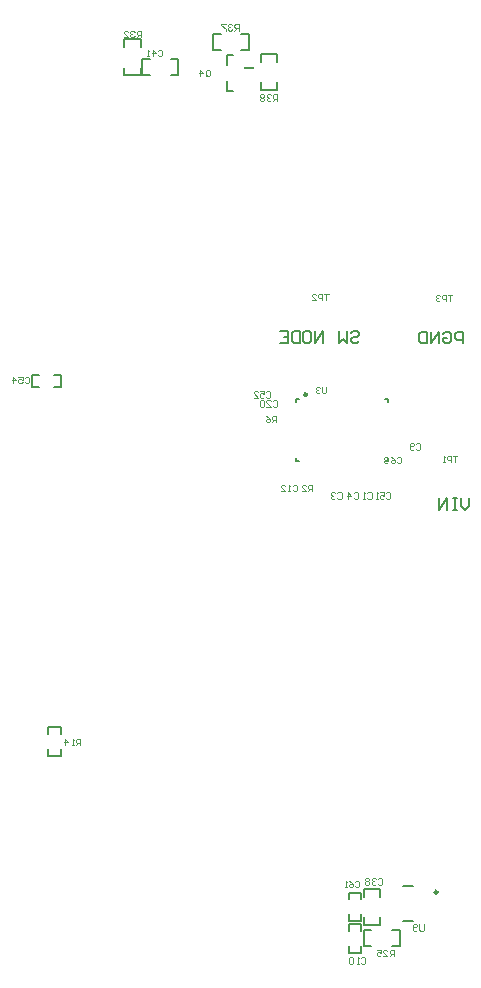
<source format=gbo>
G04*
G04 #@! TF.GenerationSoftware,Altium Limited,Altium Designer,23.1.1 (15)*
G04*
G04 Layer_Color=32896*
%FSLAX44Y44*%
%MOMM*%
G71*
G04*
G04 #@! TF.SameCoordinates,9C76BA79-DA27-457B-B569-9ED225C8ECFE*
G04*
G04*
G04 #@! TF.FilePolarity,Positive*
G04*
G01*
G75*
%ADD11C,0.2000*%
%ADD12C,0.1500*%
%ADD13C,0.2500*%
%ADD16C,0.1778*%
%ADD18C,0.1240*%
%ADD19C,0.1200*%
%ADD20C,0.1000*%
%ADD153R,0.8250X0.2000*%
D11*
X338635Y744304D02*
Y752304D01*
Y744304D02*
X343635D01*
X338635Y766304D02*
Y774304D01*
X343635D01*
X543265Y398952D02*
Y392287D01*
X539933Y388955D01*
X536600Y392287D01*
Y398952D01*
X533268D02*
X529936D01*
X531602D01*
Y388955D01*
X533268D01*
X529936D01*
X524937D02*
Y398952D01*
X518273Y388955D01*
Y398952D01*
X538288Y530165D02*
Y540162D01*
X533289D01*
X531623Y538496D01*
Y535164D01*
X533289Y533498D01*
X538288D01*
X521626Y538496D02*
X523292Y540162D01*
X526625D01*
X528291Y538496D01*
Y531832D01*
X526625Y530165D01*
X523292D01*
X521626Y531832D01*
Y535164D01*
X524958D01*
X518294Y530165D02*
Y540162D01*
X511629Y530165D01*
Y540162D01*
X508297D02*
Y530165D01*
X503299D01*
X501633Y531832D01*
Y538496D01*
X503299Y540162D01*
X508297D01*
X443460Y539128D02*
X445126Y540794D01*
X448458D01*
X450124Y539128D01*
Y537462D01*
X448458Y535796D01*
X445126D01*
X443460Y534130D01*
Y532464D01*
X445126Y530798D01*
X448458D01*
X450124Y532464D01*
X440127Y540794D02*
Y530798D01*
X436795Y534130D01*
X433463Y530798D01*
Y540794D01*
X420134Y530798D02*
Y540794D01*
X413470Y530798D01*
Y540794D01*
X405139D02*
X408471D01*
X410137Y539128D01*
Y532464D01*
X408471Y530798D01*
X405139D01*
X403473Y532464D01*
Y539128D01*
X405139Y540794D01*
X400140D02*
Y530798D01*
X395142D01*
X393476Y532464D01*
Y539128D01*
X395142Y540794D01*
X400140D01*
X383479D02*
X390144D01*
Y530798D01*
X383479D01*
X390144Y535796D02*
X386811D01*
D12*
X488045Y70691D02*
X496045D01*
X488045Y41191D02*
X496045D01*
X397133Y480671D02*
Y483171D01*
X399633D01*
X397133Y430671D02*
X399633D01*
X397133D02*
Y433171D01*
X472133Y483171D02*
X474633D01*
Y480671D02*
Y483171D01*
Y430671D02*
Y433171D01*
X472133Y430671D02*
X474633D01*
D13*
X517045Y65691D02*
G03*
X517045Y65691I-1250J0D01*
G01*
X406383Y486921D02*
G03*
X406383Y486921I-1250J0D01*
G01*
D16*
X173999Y503849D02*
X179841D01*
X173999Y493435D02*
Y503849D01*
Y493435D02*
X179841D01*
X192540Y503849D02*
X198382D01*
Y493435D02*
Y503849D01*
X192540Y493435D02*
X198382D01*
X468547Y61728D02*
Y68328D01*
X454712D02*
X468547D01*
X454712Y61728D02*
Y68328D01*
Y37857D02*
Y44456D01*
Y37857D02*
X468547D01*
Y44456D01*
X478242Y33454D02*
X484841D01*
Y19620D02*
Y33454D01*
X478242Y19620D02*
X484841D01*
X454370D02*
X460970D01*
X454370D02*
Y33454D01*
X460970D01*
X452346Y32879D02*
Y38721D01*
X441932D02*
X452346D01*
X441932Y32879D02*
Y38721D01*
X452346Y14337D02*
Y20179D01*
X441932Y14337D02*
X452346D01*
X441932D02*
Y20179D01*
X452435Y59442D02*
Y65284D01*
X442021D02*
X452435D01*
X442021Y59442D02*
Y65284D01*
X452435Y40900D02*
Y46742D01*
X442021Y40900D02*
X452435D01*
X442021D02*
Y46742D01*
X265596Y780943D02*
Y787542D01*
X251762D02*
X265596D01*
X251762Y780943D02*
Y787542D01*
Y757071D02*
Y763671D01*
Y757071D02*
X265596D01*
Y763671D01*
X290884Y770979D02*
X297484D01*
Y757145D02*
Y770979D01*
X290884Y757145D02*
X297484D01*
X267013D02*
X273612D01*
X267013D02*
Y770979D01*
X273612D01*
X350814Y792129D02*
X357414D01*
Y778295D02*
Y792129D01*
X350814Y778295D02*
X357414D01*
X326943D02*
X333542D01*
X326943D02*
Y792129D01*
X333542D01*
X367563Y745010D02*
Y751609D01*
Y745010D02*
X381398D01*
Y751609D01*
Y768881D02*
Y775480D01*
X367563D02*
X381398D01*
X367563Y768881D02*
Y775480D01*
X197971Y199500D02*
Y205342D01*
X187557D02*
X197971D01*
X187557Y199500D02*
Y205342D01*
X197971Y180958D02*
Y186800D01*
X187557Y180958D02*
X197971D01*
X187557D02*
Y186800D01*
D18*
X265655Y789303D02*
Y794541D01*
X263036D01*
X262163Y793668D01*
Y791922D01*
X263036Y791049D01*
X265655D01*
X263909D02*
X262163Y789303D01*
X260417Y793668D02*
X259544Y794541D01*
X257798D01*
X256925Y793668D01*
Y792795D01*
X257798Y791922D01*
X258671D01*
X257798D01*
X256925Y791049D01*
Y790176D01*
X257798Y789303D01*
X259544D01*
X260417Y790176D01*
X251686Y789303D02*
X255179D01*
X251686Y792795D01*
Y793668D01*
X252560Y794541D01*
X254306D01*
X255179Y793668D01*
X380153Y463245D02*
Y468483D01*
X377534D01*
X376661Y467610D01*
Y465864D01*
X377534Y464991D01*
X380153D01*
X378407D02*
X376661Y463245D01*
X371422Y468483D02*
X373168Y467610D01*
X374915Y465864D01*
Y464118D01*
X374042Y463245D01*
X372295D01*
X371422Y464118D01*
Y464991D01*
X372295Y465864D01*
X374915D01*
X411043Y405227D02*
Y410466D01*
X408424D01*
X407551Y409593D01*
Y407847D01*
X408424Y406973D01*
X411043D01*
X409297D02*
X407551Y405227D01*
X402312D02*
X405804D01*
X402312Y408720D01*
Y409593D01*
X403185Y410466D01*
X404931D01*
X405804Y409593D01*
X167322Y500856D02*
X168195Y501729D01*
X169941D01*
X170814Y500856D01*
Y497364D01*
X169941Y496491D01*
X168195D01*
X167322Y497364D01*
X162084Y501729D02*
X165576D01*
Y499110D01*
X163830Y499983D01*
X162957D01*
X162084Y499110D01*
Y497364D01*
X162957Y496491D01*
X164703D01*
X165576Y497364D01*
X157719Y496491D02*
Y501729D01*
X160338Y499110D01*
X156846D01*
X372022Y488713D02*
X372895Y489586D01*
X374641D01*
X375514Y488713D01*
Y485221D01*
X374641Y484348D01*
X372895D01*
X372022Y485221D01*
X366783Y489586D02*
X370276D01*
Y486967D01*
X368530Y487840D01*
X367657D01*
X366783Y486967D01*
Y485221D01*
X367657Y484348D01*
X369403D01*
X370276Y485221D01*
X361545Y484348D02*
X365037D01*
X361545Y487840D01*
Y488713D01*
X362418Y489586D01*
X364164D01*
X365037Y488713D01*
X473616Y403128D02*
X474489Y404001D01*
X476235D01*
X477108Y403128D01*
Y399635D01*
X476235Y398762D01*
X474489D01*
X473616Y399635D01*
X468377Y404001D02*
X471870D01*
Y401381D01*
X470123Y402254D01*
X469250D01*
X468377Y401381D01*
Y399635D01*
X469250Y398762D01*
X470997D01*
X471870Y399635D01*
X466631Y398762D02*
X464885D01*
X465758D01*
Y404001D01*
X466631Y403128D01*
D19*
X422478Y493381D02*
Y489015D01*
X421605Y488142D01*
X419859D01*
X418986Y489015D01*
Y493381D01*
X417240Y492507D02*
X416367Y493381D01*
X414621D01*
X413747Y492507D01*
Y491634D01*
X414621Y490761D01*
X415494D01*
X414621D01*
X413747Y489888D01*
Y489015D01*
X414621Y488142D01*
X416367D01*
X417240Y489015D01*
X529537Y571148D02*
X526045D01*
X527791D01*
Y565910D01*
X524299D02*
Y571148D01*
X521680D01*
X520807Y570275D01*
Y568529D01*
X521680Y567656D01*
X524299D01*
X519061Y570275D02*
X518188Y571148D01*
X516441D01*
X515568Y570275D01*
Y569402D01*
X516441Y568529D01*
X517314D01*
X516441D01*
X515568Y567656D01*
Y566783D01*
X516441Y565910D01*
X518188D01*
X519061Y566783D01*
X424670Y572123D02*
X421178D01*
X422924D01*
Y566885D01*
X419432D02*
Y572123D01*
X416813D01*
X415940Y571250D01*
Y569504D01*
X416813Y568631D01*
X419432D01*
X410701Y566885D02*
X414194D01*
X410701Y570377D01*
Y571250D01*
X411575Y572123D01*
X413321D01*
X414194Y571250D01*
X533463Y435097D02*
X529971D01*
X531717D01*
Y429858D01*
X528225D02*
Y435097D01*
X525606D01*
X524733Y434224D01*
Y432478D01*
X525606Y431604D01*
X528225D01*
X522987Y429858D02*
X521241D01*
X522114D01*
Y435097D01*
X522987Y434224D01*
D20*
X482412Y432994D02*
X483285Y433867D01*
X485032D01*
X485905Y432994D01*
Y429501D01*
X485032Y428628D01*
X483285D01*
X482412Y429501D01*
X477174Y433867D02*
X478920Y432994D01*
X480666Y431247D01*
Y429501D01*
X479793Y428628D01*
X478047D01*
X477174Y429501D01*
Y430374D01*
X478047Y431247D01*
X480666D01*
X475428Y432994D02*
X474555Y433867D01*
X472809D01*
X471936Y432994D01*
Y432120D01*
X472809Y431247D01*
X473682D01*
X472809D01*
X471936Y430374D01*
Y429501D01*
X472809Y428628D01*
X474555D01*
X475428Y429501D01*
X447018Y74247D02*
X447851Y75080D01*
X449517D01*
X450350Y74247D01*
Y70915D01*
X449517Y70082D01*
X447851D01*
X447018Y70915D01*
X442019Y75080D02*
X443685Y74247D01*
X445351Y72581D01*
Y70915D01*
X444518Y70082D01*
X442852D01*
X442019Y70915D01*
Y71748D01*
X442852Y72581D01*
X445351D01*
X440353Y70082D02*
X438687D01*
X439520D01*
Y75080D01*
X440353Y74247D01*
X452182Y9453D02*
X453099Y10369D01*
X454931D01*
X455848Y9453D01*
Y5787D01*
X454931Y4871D01*
X453099D01*
X452182Y5787D01*
X450350Y4871D02*
X448517D01*
X449433D01*
Y10369D01*
X450350Y9453D01*
X445768D02*
X444851Y10369D01*
X443019D01*
X442102Y9453D01*
Y5787D01*
X443019Y4871D01*
X444851D01*
X445768Y5787D01*
Y9453D01*
X498810Y444667D02*
X499683Y445540D01*
X501429D01*
X502302Y444667D01*
Y441175D01*
X501429Y440302D01*
X499683D01*
X498810Y441175D01*
X497064D02*
X496191Y440302D01*
X494445D01*
X493572Y441175D01*
Y444667D01*
X494445Y445540D01*
X496191D01*
X497064Y444667D01*
Y443794D01*
X496191Y442921D01*
X493572D01*
X505305Y38550D02*
Y33968D01*
X504389Y33052D01*
X502556D01*
X501640Y33968D01*
Y38550D01*
X499807Y33968D02*
X498891Y33052D01*
X497058D01*
X496142Y33968D01*
Y37634D01*
X497058Y38550D01*
X498891D01*
X499807Y37634D01*
Y36717D01*
X498891Y35801D01*
X496142D01*
X381393Y735629D02*
Y741127D01*
X378644D01*
X377727Y740211D01*
Y738378D01*
X378644Y737462D01*
X381393D01*
X379560D02*
X377727Y735629D01*
X375895Y740211D02*
X374978Y741127D01*
X373145D01*
X372229Y740211D01*
Y739294D01*
X373145Y738378D01*
X374062D01*
X373145D01*
X372229Y737462D01*
Y736545D01*
X373145Y735629D01*
X374978D01*
X375895Y736545D01*
X370396Y740211D02*
X369480Y741127D01*
X367647D01*
X366731Y740211D01*
Y739294D01*
X367647Y738378D01*
X366731Y737462D01*
Y736545D01*
X367647Y735629D01*
X369480D01*
X370396Y736545D01*
Y737462D01*
X369480Y738378D01*
X370396Y739294D01*
Y740211D01*
X369480Y738378D02*
X367647D01*
X348707Y795065D02*
Y800563D01*
X345958D01*
X345042Y799647D01*
Y797814D01*
X345958Y796898D01*
X348707D01*
X346874D02*
X345042Y795065D01*
X343209Y799647D02*
X342292Y800563D01*
X340460D01*
X339543Y799647D01*
Y798730D01*
X340460Y797814D01*
X341376D01*
X340460D01*
X339543Y796898D01*
Y795981D01*
X340460Y795065D01*
X342292D01*
X343209Y795981D01*
X337710Y800563D02*
X334045D01*
Y799647D01*
X337710Y795981D01*
Y795065D01*
X480048Y11432D02*
Y16930D01*
X477299D01*
X476382Y16013D01*
Y14181D01*
X477299Y13264D01*
X480048D01*
X478215D02*
X476382Y11432D01*
X470884D02*
X474550D01*
X470884Y15097D01*
Y16013D01*
X471800Y16930D01*
X473633D01*
X474550Y16013D01*
X465386Y16930D02*
X469051D01*
Y14181D01*
X467219Y15097D01*
X466302D01*
X465386Y14181D01*
Y12348D01*
X466302Y11432D01*
X468135D01*
X469051Y12348D01*
X214566Y189785D02*
Y195283D01*
X211817D01*
X210901Y194366D01*
Y192534D01*
X211817Y191617D01*
X214566D01*
X212734D02*
X210901Y189785D01*
X209068D02*
X207236D01*
X208152D01*
Y195283D01*
X209068Y194366D01*
X201737Y189785D02*
Y195283D01*
X204486Y192534D01*
X200821D01*
X320569Y757471D02*
Y761137D01*
X321485Y762053D01*
X323318D01*
X324235Y761137D01*
Y757471D01*
X323318Y756555D01*
X321485D01*
X322402Y758388D02*
X320569Y756555D01*
X321485D02*
X320569Y757471D01*
X315987Y756555D02*
Y762053D01*
X318736Y759304D01*
X315071D01*
X280403Y777754D02*
X281320Y778670D01*
X283153D01*
X284069Y777754D01*
Y774089D01*
X283153Y773172D01*
X281320D01*
X280403Y774089D01*
X275822Y773172D02*
Y778670D01*
X278571Y775921D01*
X274905D01*
X273073Y773172D02*
X271240D01*
X272156D01*
Y778670D01*
X273073Y777754D01*
X466665Y72900D02*
X467582Y71984D01*
X469415D01*
X470331Y72900D01*
Y76566D01*
X469415Y77482D01*
X467582D01*
X466665Y76566D01*
X464833Y72900D02*
X463916Y71984D01*
X462084D01*
X461167Y72900D01*
Y73817D01*
X462084Y74733D01*
X463000D01*
X462084D01*
X461167Y75649D01*
Y76566D01*
X462084Y77482D01*
X463916D01*
X464833Y76566D01*
X459334Y72900D02*
X458418Y71984D01*
X456585D01*
X455669Y72900D01*
Y73817D01*
X456585Y74733D01*
X455669Y75649D01*
Y76566D01*
X456585Y77482D01*
X458418D01*
X459334Y76566D01*
Y75649D01*
X458418Y74733D01*
X459334Y73817D01*
Y72900D01*
X458418Y74733D02*
X456585D01*
X377461Y481273D02*
X378378Y482190D01*
X380210D01*
X381127Y481273D01*
Y477608D01*
X380210Y476692D01*
X378378D01*
X377461Y477608D01*
X371963Y476692D02*
X375629D01*
X371963Y480357D01*
Y481273D01*
X372879Y482190D01*
X374712D01*
X375629Y481273D01*
X370130D02*
X369214Y482190D01*
X367381D01*
X366465Y481273D01*
Y477608D01*
X367381Y476692D01*
X369214D01*
X370130Y477608D01*
Y481273D01*
X394285Y409532D02*
X395201Y410449D01*
X397034D01*
X397950Y409532D01*
Y405867D01*
X397034Y404950D01*
X395201D01*
X394285Y405867D01*
X392452Y404950D02*
X390620D01*
X391536D01*
Y410449D01*
X392452Y409532D01*
X384205Y404950D02*
X387870D01*
X384205Y408616D01*
Y409532D01*
X385121Y410449D01*
X386954D01*
X387870Y409532D01*
X445863Y403214D02*
X446780Y404131D01*
X448612D01*
X449529Y403214D01*
Y399549D01*
X448612Y398632D01*
X446780D01*
X445863Y399549D01*
X441281Y398632D02*
Y404131D01*
X444030Y401381D01*
X440365D01*
X432066Y403214D02*
X432982Y404131D01*
X434815D01*
X435731Y403214D01*
Y399549D01*
X434815Y398632D01*
X432982D01*
X432066Y399549D01*
X430233Y403214D02*
X429316Y404131D01*
X427484D01*
X426567Y403214D01*
Y402298D01*
X427484Y401381D01*
X428400D01*
X427484D01*
X426567Y400465D01*
Y399549D01*
X427484Y398632D01*
X429316D01*
X430233Y399549D01*
X457538Y403342D02*
X458454Y404258D01*
X460287D01*
X461203Y403342D01*
Y399676D01*
X460287Y398760D01*
X458454D01*
X457538Y399676D01*
X455705Y398760D02*
X453872D01*
X454789D01*
Y404258D01*
X455705Y403342D01*
D153*
X357759Y763304D02*
D03*
M02*

</source>
